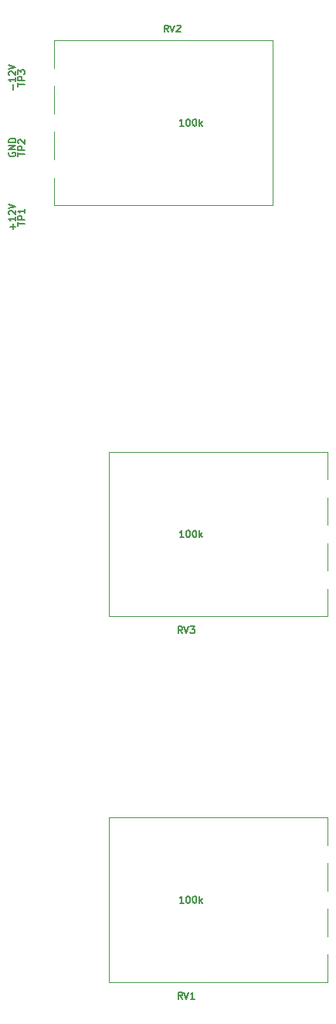
<source format=gto>
G04 #@! TF.GenerationSoftware,KiCad,Pcbnew,6.0.4-6f826c9f35~116~ubuntu20.04.1*
G04 #@! TF.CreationDate,2022-04-19T12:45:32-04:00*
G04 #@! TF.ProjectId,vcapf_main,76636170-665f-46d6-9169-6e2e6b696361,rev?*
G04 #@! TF.SameCoordinates,Original*
G04 #@! TF.FileFunction,Legend,Top*
G04 #@! TF.FilePolarity,Positive*
%FSLAX46Y46*%
G04 Gerber Fmt 4.6, Leading zero omitted, Abs format (unit mm)*
G04 Created by KiCad (PCBNEW 6.0.4-6f826c9f35~116~ubuntu20.04.1) date 2022-04-19 12:45:32*
%MOMM*%
%LPD*%
G01*
G04 APERTURE LIST*
%ADD10C,0.150000*%
%ADD11C,0.120000*%
G04 APERTURE END LIST*
D10*
G04 #@! TO.C,RV1*
X149053570Y-148339284D02*
X148803570Y-147982141D01*
X148624999Y-148339284D02*
X148624999Y-147589284D01*
X148910713Y-147589284D01*
X148982141Y-147624999D01*
X149017856Y-147660713D01*
X149053570Y-147732141D01*
X149053570Y-147839284D01*
X149017856Y-147910713D01*
X148982141Y-147946427D01*
X148910713Y-147982141D01*
X148624999Y-147982141D01*
X149267856Y-147589284D02*
X149517856Y-148339284D01*
X149767856Y-147589284D01*
X150410713Y-148339284D02*
X149982141Y-148339284D01*
X150196427Y-148339284D02*
X150196427Y-147589284D01*
X150124999Y-147696427D01*
X150053570Y-147767856D01*
X149982141Y-147803570D01*
X149196427Y-137839284D02*
X148767856Y-137839284D01*
X148982141Y-137839284D02*
X148982141Y-137089284D01*
X148910713Y-137196427D01*
X148839284Y-137267856D01*
X148767856Y-137303570D01*
X149660713Y-137089284D02*
X149732141Y-137089284D01*
X149803570Y-137124999D01*
X149839284Y-137160713D01*
X149874999Y-137232141D01*
X149910713Y-137374999D01*
X149910713Y-137553570D01*
X149874999Y-137696427D01*
X149839284Y-137767856D01*
X149803570Y-137803570D01*
X149732141Y-137839284D01*
X149660713Y-137839284D01*
X149589284Y-137803570D01*
X149553570Y-137767856D01*
X149517856Y-137696427D01*
X149482141Y-137553570D01*
X149482141Y-137374999D01*
X149517856Y-137232141D01*
X149553570Y-137160713D01*
X149589284Y-137124999D01*
X149660713Y-137089284D01*
X150374999Y-137089284D02*
X150446427Y-137089284D01*
X150517856Y-137124999D01*
X150553570Y-137160713D01*
X150589284Y-137232141D01*
X150624999Y-137374999D01*
X150624999Y-137553570D01*
X150589284Y-137696427D01*
X150553570Y-137767856D01*
X150517856Y-137803570D01*
X150446427Y-137839284D01*
X150374999Y-137839284D01*
X150303570Y-137803570D01*
X150267856Y-137767856D01*
X150232141Y-137696427D01*
X150196427Y-137553570D01*
X150196427Y-137374999D01*
X150232141Y-137232141D01*
X150267856Y-137160713D01*
X150303570Y-137124999D01*
X150374999Y-137089284D01*
X150946427Y-137839284D02*
X150946427Y-137089284D01*
X151017856Y-137553570D02*
X151232141Y-137839284D01*
X151232141Y-137339284D02*
X150946427Y-137624999D01*
G04 #@! TO.C,RV2*
X147521570Y-42575284D02*
X147271570Y-42218141D01*
X147092999Y-42575284D02*
X147092999Y-41825284D01*
X147378713Y-41825284D01*
X147450141Y-41860999D01*
X147485856Y-41896713D01*
X147521570Y-41968141D01*
X147521570Y-42075284D01*
X147485856Y-42146713D01*
X147450141Y-42182427D01*
X147378713Y-42218141D01*
X147092999Y-42218141D01*
X147735856Y-41825284D02*
X147985856Y-42575284D01*
X148235856Y-41825284D01*
X148450141Y-41896713D02*
X148485856Y-41860999D01*
X148557284Y-41825284D01*
X148735856Y-41825284D01*
X148807284Y-41860999D01*
X148842999Y-41896713D01*
X148878713Y-41968141D01*
X148878713Y-42039570D01*
X148842999Y-42146713D01*
X148414427Y-42575284D01*
X148878713Y-42575284D01*
X149196427Y-52839284D02*
X148767856Y-52839284D01*
X148982141Y-52839284D02*
X148982141Y-52089284D01*
X148910713Y-52196427D01*
X148839284Y-52267856D01*
X148767856Y-52303570D01*
X149660713Y-52089284D02*
X149732141Y-52089284D01*
X149803570Y-52124999D01*
X149839284Y-52160713D01*
X149874999Y-52232141D01*
X149910713Y-52374999D01*
X149910713Y-52553570D01*
X149874999Y-52696427D01*
X149839284Y-52767856D01*
X149803570Y-52803570D01*
X149732141Y-52839284D01*
X149660713Y-52839284D01*
X149589284Y-52803570D01*
X149553570Y-52767856D01*
X149517856Y-52696427D01*
X149482141Y-52553570D01*
X149482141Y-52374999D01*
X149517856Y-52232141D01*
X149553570Y-52160713D01*
X149589284Y-52124999D01*
X149660713Y-52089284D01*
X150374999Y-52089284D02*
X150446427Y-52089284D01*
X150517856Y-52124999D01*
X150553570Y-52160713D01*
X150589284Y-52232141D01*
X150624999Y-52374999D01*
X150624999Y-52553570D01*
X150589284Y-52696427D01*
X150553570Y-52767856D01*
X150517856Y-52803570D01*
X150446427Y-52839284D01*
X150374999Y-52839284D01*
X150303570Y-52803570D01*
X150267856Y-52767856D01*
X150232141Y-52696427D01*
X150196427Y-52553570D01*
X150196427Y-52374999D01*
X150232141Y-52232141D01*
X150267856Y-52160713D01*
X150303570Y-52124999D01*
X150374999Y-52089284D01*
X150946427Y-52839284D02*
X150946427Y-52089284D01*
X151017856Y-52553570D02*
X151232141Y-52839284D01*
X151232141Y-52339284D02*
X150946427Y-52624999D01*
G04 #@! TO.C,RV3*
X149053570Y-108339284D02*
X148803570Y-107982141D01*
X148624999Y-108339284D02*
X148624999Y-107589284D01*
X148910713Y-107589284D01*
X148982141Y-107624999D01*
X149017856Y-107660713D01*
X149053570Y-107732141D01*
X149053570Y-107839284D01*
X149017856Y-107910713D01*
X148982141Y-107946427D01*
X148910713Y-107982141D01*
X148624999Y-107982141D01*
X149267856Y-107589284D02*
X149517856Y-108339284D01*
X149767856Y-107589284D01*
X149946427Y-107589284D02*
X150410713Y-107589284D01*
X150160713Y-107874999D01*
X150267856Y-107874999D01*
X150339284Y-107910713D01*
X150374999Y-107946427D01*
X150410713Y-108017856D01*
X150410713Y-108196427D01*
X150374999Y-108267856D01*
X150339284Y-108303570D01*
X150267856Y-108339284D01*
X150053570Y-108339284D01*
X149982141Y-108303570D01*
X149946427Y-108267856D01*
X149196427Y-97839284D02*
X148767856Y-97839284D01*
X148982141Y-97839284D02*
X148982141Y-97089284D01*
X148910713Y-97196427D01*
X148839284Y-97267856D01*
X148767856Y-97303570D01*
X149660713Y-97089284D02*
X149732141Y-97089284D01*
X149803570Y-97124999D01*
X149839284Y-97160713D01*
X149874999Y-97232141D01*
X149910713Y-97374999D01*
X149910713Y-97553570D01*
X149874999Y-97696427D01*
X149839284Y-97767856D01*
X149803570Y-97803570D01*
X149732141Y-97839284D01*
X149660713Y-97839284D01*
X149589284Y-97803570D01*
X149553570Y-97767856D01*
X149517856Y-97696427D01*
X149482141Y-97553570D01*
X149482141Y-97374999D01*
X149517856Y-97232141D01*
X149553570Y-97160713D01*
X149589284Y-97124999D01*
X149660713Y-97089284D01*
X150374999Y-97089284D02*
X150446427Y-97089284D01*
X150517856Y-97124999D01*
X150553570Y-97160713D01*
X150589284Y-97232141D01*
X150624999Y-97374999D01*
X150624999Y-97553570D01*
X150589284Y-97696427D01*
X150553570Y-97767856D01*
X150517856Y-97803570D01*
X150446427Y-97839284D01*
X150374999Y-97839284D01*
X150303570Y-97803570D01*
X150267856Y-97767856D01*
X150232141Y-97696427D01*
X150196427Y-97553570D01*
X150196427Y-97374999D01*
X150232141Y-97232141D01*
X150267856Y-97160713D01*
X150303570Y-97124999D01*
X150374999Y-97089284D01*
X150946427Y-97839284D02*
X150946427Y-97089284D01*
X151017856Y-97553570D02*
X151232141Y-97839284D01*
X151232141Y-97339284D02*
X150946427Y-97624999D01*
G04 #@! TO.C,TP1*
X131047284Y-63756427D02*
X131047284Y-63327856D01*
X131797284Y-63542141D02*
X131047284Y-63542141D01*
X131797284Y-63077856D02*
X131047284Y-63077856D01*
X131047284Y-62792141D01*
X131082999Y-62720713D01*
X131118713Y-62684999D01*
X131190141Y-62649284D01*
X131297284Y-62649284D01*
X131368713Y-62684999D01*
X131404427Y-62720713D01*
X131440141Y-62792141D01*
X131440141Y-63077856D01*
X131797284Y-61934999D02*
X131797284Y-62363570D01*
X131797284Y-62149284D02*
X131047284Y-62149284D01*
X131154427Y-62220713D01*
X131225856Y-62292141D01*
X131261570Y-62363570D01*
X130495570Y-64131427D02*
X130495570Y-63559999D01*
X130781284Y-63845713D02*
X130209856Y-63845713D01*
X130781284Y-62809999D02*
X130781284Y-63238570D01*
X130781284Y-63024284D02*
X130031284Y-63024284D01*
X130138427Y-63095713D01*
X130209856Y-63167141D01*
X130245570Y-63238570D01*
X130102713Y-62524284D02*
X130066999Y-62488570D01*
X130031284Y-62417141D01*
X130031284Y-62238570D01*
X130066999Y-62167141D01*
X130102713Y-62131427D01*
X130174141Y-62095713D01*
X130245570Y-62095713D01*
X130352713Y-62131427D01*
X130781284Y-62559999D01*
X130781284Y-62095713D01*
X130031284Y-61881427D02*
X130781284Y-61631427D01*
X130031284Y-61381427D01*
G04 #@! TO.C,TP3*
X131047284Y-48516427D02*
X131047284Y-48087856D01*
X131797284Y-48302141D02*
X131047284Y-48302141D01*
X131797284Y-47837856D02*
X131047284Y-47837856D01*
X131047284Y-47552141D01*
X131082999Y-47480713D01*
X131118713Y-47444999D01*
X131190141Y-47409284D01*
X131297284Y-47409284D01*
X131368713Y-47444999D01*
X131404427Y-47480713D01*
X131440141Y-47552141D01*
X131440141Y-47837856D01*
X131047284Y-47159284D02*
X131047284Y-46694999D01*
X131332999Y-46944999D01*
X131332999Y-46837856D01*
X131368713Y-46766427D01*
X131404427Y-46730713D01*
X131475856Y-46694999D01*
X131654427Y-46694999D01*
X131725856Y-46730713D01*
X131761570Y-46766427D01*
X131797284Y-46837856D01*
X131797284Y-47052141D01*
X131761570Y-47123570D01*
X131725856Y-47159284D01*
X130495570Y-48891427D02*
X130495570Y-48319999D01*
X130781284Y-47569999D02*
X130781284Y-47998570D01*
X130781284Y-47784284D02*
X130031284Y-47784284D01*
X130138427Y-47855713D01*
X130209856Y-47927141D01*
X130245570Y-47998570D01*
X130102713Y-47284284D02*
X130066999Y-47248570D01*
X130031284Y-47177141D01*
X130031284Y-46998570D01*
X130066999Y-46927141D01*
X130102713Y-46891427D01*
X130174141Y-46855713D01*
X130245570Y-46855713D01*
X130352713Y-46891427D01*
X130781284Y-47319999D01*
X130781284Y-46855713D01*
X130031284Y-46641427D02*
X130781284Y-46391427D01*
X130031284Y-46141427D01*
G04 #@! TO.C,TP2*
X131047284Y-56136427D02*
X131047284Y-55707856D01*
X131797284Y-55922141D02*
X131047284Y-55922141D01*
X131797284Y-55457856D02*
X131047284Y-55457856D01*
X131047284Y-55172141D01*
X131082999Y-55100713D01*
X131118713Y-55064999D01*
X131190141Y-55029284D01*
X131297284Y-55029284D01*
X131368713Y-55064999D01*
X131404427Y-55100713D01*
X131440141Y-55172141D01*
X131440141Y-55457856D01*
X131118713Y-54743570D02*
X131082999Y-54707856D01*
X131047284Y-54636427D01*
X131047284Y-54457856D01*
X131082999Y-54386427D01*
X131118713Y-54350713D01*
X131190141Y-54314999D01*
X131261570Y-54314999D01*
X131368713Y-54350713D01*
X131797284Y-54779284D01*
X131797284Y-54314999D01*
X130066999Y-55761427D02*
X130031284Y-55832856D01*
X130031284Y-55939999D01*
X130066999Y-56047141D01*
X130138427Y-56118570D01*
X130209856Y-56154284D01*
X130352713Y-56189999D01*
X130459856Y-56189999D01*
X130602713Y-56154284D01*
X130674141Y-56118570D01*
X130745570Y-56047141D01*
X130781284Y-55939999D01*
X130781284Y-55868570D01*
X130745570Y-55761427D01*
X130709856Y-55725713D01*
X130459856Y-55725713D01*
X130459856Y-55868570D01*
X130781284Y-55404284D02*
X130031284Y-55404284D01*
X130781284Y-54975713D01*
X130031284Y-54975713D01*
X130781284Y-54618570D02*
X130031284Y-54618570D01*
X130031284Y-54439999D01*
X130066999Y-54332856D01*
X130138427Y-54261427D01*
X130209856Y-54225713D01*
X130352713Y-54189999D01*
X130459856Y-54189999D01*
X130602713Y-54225713D01*
X130674141Y-54261427D01*
X130745570Y-54332856D01*
X130781284Y-54439999D01*
X130781284Y-54618570D01*
D11*
G04 #@! TO.C,RV1*
X164999999Y-133499999D02*
X164999999Y-136499999D01*
X164999999Y-146499999D02*
X140999999Y-146499999D01*
X140999999Y-146499999D02*
X140999999Y-128499999D01*
X140999999Y-128499999D02*
X164999999Y-128499999D01*
X164999999Y-143499999D02*
X164999999Y-146499999D01*
X164999999Y-128499999D02*
X164999999Y-131499999D01*
X164999999Y-138499999D02*
X164999999Y-141499999D01*
G04 #@! TO.C,RV2*
X134999999Y-51499999D02*
X134999999Y-48499999D01*
X158999999Y-61499999D02*
X134999999Y-61499999D01*
X134999999Y-43499999D02*
X158999999Y-43499999D01*
X134999999Y-46499999D02*
X134999999Y-43499999D01*
X134999999Y-61499999D02*
X134999999Y-58499999D01*
X134999999Y-56499999D02*
X134999999Y-53499999D01*
X158999999Y-43499999D02*
X158999999Y-61499999D01*
G04 #@! TO.C,RV3*
X164999999Y-103499999D02*
X164999999Y-106499999D01*
X164999999Y-106499999D02*
X140999999Y-106499999D01*
X140999999Y-106499999D02*
X140999999Y-88499999D01*
X164999999Y-98499999D02*
X164999999Y-101499999D01*
X164999999Y-88499999D02*
X164999999Y-91499999D01*
X164999999Y-93499999D02*
X164999999Y-96499999D01*
X140999999Y-88499999D02*
X164999999Y-88499999D01*
G04 #@! TD*
M02*

</source>
